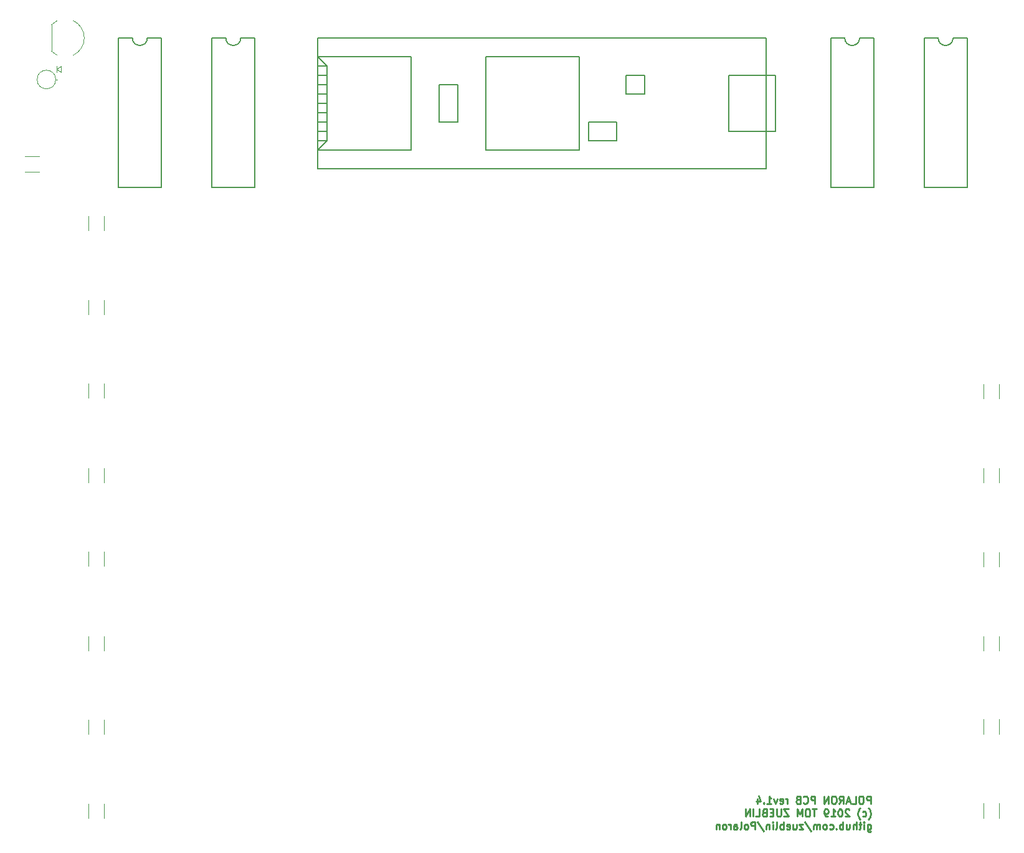
<source format=gbo>
G04 #@! TF.FileFunction,Legend,Bot*
%FSLAX46Y46*%
G04 Gerber Fmt 4.6, Leading zero omitted, Abs format (unit mm)*
G04 Created by KiCad (PCBNEW 4.0.6) date 2019 June 20, Thursday 16:13:16*
%MOMM*%
%LPD*%
G01*
G04 APERTURE LIST*
%ADD10C,0.100000*%
%ADD11C,0.250000*%
%ADD12C,0.120000*%
%ADD13C,0.152400*%
%ADD14C,0.150000*%
G04 APERTURE END LIST*
D10*
D11*
X190211105Y-143025181D02*
X190211105Y-142025181D01*
X189830152Y-142025181D01*
X189734914Y-142072800D01*
X189687295Y-142120419D01*
X189639676Y-142215657D01*
X189639676Y-142358514D01*
X189687295Y-142453752D01*
X189734914Y-142501371D01*
X189830152Y-142548990D01*
X190211105Y-142548990D01*
X189020629Y-142025181D02*
X188830152Y-142025181D01*
X188734914Y-142072800D01*
X188639676Y-142168038D01*
X188592057Y-142358514D01*
X188592057Y-142691848D01*
X188639676Y-142882324D01*
X188734914Y-142977562D01*
X188830152Y-143025181D01*
X189020629Y-143025181D01*
X189115867Y-142977562D01*
X189211105Y-142882324D01*
X189258724Y-142691848D01*
X189258724Y-142358514D01*
X189211105Y-142168038D01*
X189115867Y-142072800D01*
X189020629Y-142025181D01*
X187687295Y-143025181D02*
X188163486Y-143025181D01*
X188163486Y-142025181D01*
X187401581Y-142739467D02*
X186925390Y-142739467D01*
X187496819Y-143025181D02*
X187163486Y-142025181D01*
X186830152Y-143025181D01*
X185925390Y-143025181D02*
X186258724Y-142548990D01*
X186496819Y-143025181D02*
X186496819Y-142025181D01*
X186115866Y-142025181D01*
X186020628Y-142072800D01*
X185973009Y-142120419D01*
X185925390Y-142215657D01*
X185925390Y-142358514D01*
X185973009Y-142453752D01*
X186020628Y-142501371D01*
X186115866Y-142548990D01*
X186496819Y-142548990D01*
X185306343Y-142025181D02*
X185115866Y-142025181D01*
X185020628Y-142072800D01*
X184925390Y-142168038D01*
X184877771Y-142358514D01*
X184877771Y-142691848D01*
X184925390Y-142882324D01*
X185020628Y-142977562D01*
X185115866Y-143025181D01*
X185306343Y-143025181D01*
X185401581Y-142977562D01*
X185496819Y-142882324D01*
X185544438Y-142691848D01*
X185544438Y-142358514D01*
X185496819Y-142168038D01*
X185401581Y-142072800D01*
X185306343Y-142025181D01*
X184449200Y-143025181D02*
X184449200Y-142025181D01*
X183877771Y-143025181D01*
X183877771Y-142025181D01*
X182639676Y-143025181D02*
X182639676Y-142025181D01*
X182258723Y-142025181D01*
X182163485Y-142072800D01*
X182115866Y-142120419D01*
X182068247Y-142215657D01*
X182068247Y-142358514D01*
X182115866Y-142453752D01*
X182163485Y-142501371D01*
X182258723Y-142548990D01*
X182639676Y-142548990D01*
X181068247Y-142929943D02*
X181115866Y-142977562D01*
X181258723Y-143025181D01*
X181353961Y-143025181D01*
X181496819Y-142977562D01*
X181592057Y-142882324D01*
X181639676Y-142787086D01*
X181687295Y-142596610D01*
X181687295Y-142453752D01*
X181639676Y-142263276D01*
X181592057Y-142168038D01*
X181496819Y-142072800D01*
X181353961Y-142025181D01*
X181258723Y-142025181D01*
X181115866Y-142072800D01*
X181068247Y-142120419D01*
X180306342Y-142501371D02*
X180163485Y-142548990D01*
X180115866Y-142596610D01*
X180068247Y-142691848D01*
X180068247Y-142834705D01*
X180115866Y-142929943D01*
X180163485Y-142977562D01*
X180258723Y-143025181D01*
X180639676Y-143025181D01*
X180639676Y-142025181D01*
X180306342Y-142025181D01*
X180211104Y-142072800D01*
X180163485Y-142120419D01*
X180115866Y-142215657D01*
X180115866Y-142310895D01*
X180163485Y-142406133D01*
X180211104Y-142453752D01*
X180306342Y-142501371D01*
X180639676Y-142501371D01*
X178877771Y-143025181D02*
X178877771Y-142358514D01*
X178877771Y-142548990D02*
X178830152Y-142453752D01*
X178782533Y-142406133D01*
X178687295Y-142358514D01*
X178592056Y-142358514D01*
X177877770Y-142977562D02*
X177973008Y-143025181D01*
X178163485Y-143025181D01*
X178258723Y-142977562D01*
X178306342Y-142882324D01*
X178306342Y-142501371D01*
X178258723Y-142406133D01*
X178163485Y-142358514D01*
X177973008Y-142358514D01*
X177877770Y-142406133D01*
X177830151Y-142501371D01*
X177830151Y-142596610D01*
X178306342Y-142691848D01*
X177496818Y-142358514D02*
X177258723Y-143025181D01*
X177020627Y-142358514D01*
X176115865Y-143025181D02*
X176687294Y-143025181D01*
X176401580Y-143025181D02*
X176401580Y-142025181D01*
X176496818Y-142168038D01*
X176592056Y-142263276D01*
X176687294Y-142310895D01*
X175687294Y-142929943D02*
X175639675Y-142977562D01*
X175687294Y-143025181D01*
X175734913Y-142977562D01*
X175687294Y-142929943D01*
X175687294Y-143025181D01*
X174782532Y-142358514D02*
X174782532Y-143025181D01*
X175020628Y-141977562D02*
X175258723Y-142691848D01*
X174639675Y-142691848D01*
X189925390Y-145156133D02*
X189973010Y-145108514D01*
X190068248Y-144965657D01*
X190115867Y-144870419D01*
X190163486Y-144727562D01*
X190211105Y-144489467D01*
X190211105Y-144298990D01*
X190163486Y-144060895D01*
X190115867Y-143918038D01*
X190068248Y-143822800D01*
X189973010Y-143679943D01*
X189925390Y-143632324D01*
X189115866Y-144727562D02*
X189211104Y-144775181D01*
X189401581Y-144775181D01*
X189496819Y-144727562D01*
X189544438Y-144679943D01*
X189592057Y-144584705D01*
X189592057Y-144298990D01*
X189544438Y-144203752D01*
X189496819Y-144156133D01*
X189401581Y-144108514D01*
X189211104Y-144108514D01*
X189115866Y-144156133D01*
X188782533Y-145156133D02*
X188734914Y-145108514D01*
X188639676Y-144965657D01*
X188592057Y-144870419D01*
X188544438Y-144727562D01*
X188496819Y-144489467D01*
X188496819Y-144298990D01*
X188544438Y-144060895D01*
X188592057Y-143918038D01*
X188639676Y-143822800D01*
X188734914Y-143679943D01*
X188782533Y-143632324D01*
X187306342Y-143870419D02*
X187258723Y-143822800D01*
X187163485Y-143775181D01*
X186925389Y-143775181D01*
X186830151Y-143822800D01*
X186782532Y-143870419D01*
X186734913Y-143965657D01*
X186734913Y-144060895D01*
X186782532Y-144203752D01*
X187353961Y-144775181D01*
X186734913Y-144775181D01*
X186115866Y-143775181D02*
X186020627Y-143775181D01*
X185925389Y-143822800D01*
X185877770Y-143870419D01*
X185830151Y-143965657D01*
X185782532Y-144156133D01*
X185782532Y-144394229D01*
X185830151Y-144584705D01*
X185877770Y-144679943D01*
X185925389Y-144727562D01*
X186020627Y-144775181D01*
X186115866Y-144775181D01*
X186211104Y-144727562D01*
X186258723Y-144679943D01*
X186306342Y-144584705D01*
X186353961Y-144394229D01*
X186353961Y-144156133D01*
X186306342Y-143965657D01*
X186258723Y-143870419D01*
X186211104Y-143822800D01*
X186115866Y-143775181D01*
X184830151Y-144775181D02*
X185401580Y-144775181D01*
X185115866Y-144775181D02*
X185115866Y-143775181D01*
X185211104Y-143918038D01*
X185306342Y-144013276D01*
X185401580Y-144060895D01*
X184353961Y-144775181D02*
X184163485Y-144775181D01*
X184068246Y-144727562D01*
X184020627Y-144679943D01*
X183925389Y-144537086D01*
X183877770Y-144346610D01*
X183877770Y-143965657D01*
X183925389Y-143870419D01*
X183973008Y-143822800D01*
X184068246Y-143775181D01*
X184258723Y-143775181D01*
X184353961Y-143822800D01*
X184401580Y-143870419D01*
X184449199Y-143965657D01*
X184449199Y-144203752D01*
X184401580Y-144298990D01*
X184353961Y-144346610D01*
X184258723Y-144394229D01*
X184068246Y-144394229D01*
X183973008Y-144346610D01*
X183925389Y-144298990D01*
X183877770Y-144203752D01*
X182830151Y-143775181D02*
X182258722Y-143775181D01*
X182544437Y-144775181D02*
X182544437Y-143775181D01*
X181734913Y-143775181D02*
X181544436Y-143775181D01*
X181449198Y-143822800D01*
X181353960Y-143918038D01*
X181306341Y-144108514D01*
X181306341Y-144441848D01*
X181353960Y-144632324D01*
X181449198Y-144727562D01*
X181544436Y-144775181D01*
X181734913Y-144775181D01*
X181830151Y-144727562D01*
X181925389Y-144632324D01*
X181973008Y-144441848D01*
X181973008Y-144108514D01*
X181925389Y-143918038D01*
X181830151Y-143822800D01*
X181734913Y-143775181D01*
X180877770Y-144775181D02*
X180877770Y-143775181D01*
X180544436Y-144489467D01*
X180211103Y-143775181D01*
X180211103Y-144775181D01*
X179068246Y-143775181D02*
X178401579Y-143775181D01*
X179068246Y-144775181D01*
X178401579Y-144775181D01*
X178020627Y-143775181D02*
X178020627Y-144584705D01*
X177973008Y-144679943D01*
X177925389Y-144727562D01*
X177830151Y-144775181D01*
X177639674Y-144775181D01*
X177544436Y-144727562D01*
X177496817Y-144679943D01*
X177449198Y-144584705D01*
X177449198Y-143775181D01*
X176973008Y-144251371D02*
X176639674Y-144251371D01*
X176496817Y-144775181D02*
X176973008Y-144775181D01*
X176973008Y-143775181D01*
X176496817Y-143775181D01*
X175734912Y-144251371D02*
X175592055Y-144298990D01*
X175544436Y-144346610D01*
X175496817Y-144441848D01*
X175496817Y-144584705D01*
X175544436Y-144679943D01*
X175592055Y-144727562D01*
X175687293Y-144775181D01*
X176068246Y-144775181D01*
X176068246Y-143775181D01*
X175734912Y-143775181D01*
X175639674Y-143822800D01*
X175592055Y-143870419D01*
X175544436Y-143965657D01*
X175544436Y-144060895D01*
X175592055Y-144156133D01*
X175639674Y-144203752D01*
X175734912Y-144251371D01*
X176068246Y-144251371D01*
X174592055Y-144775181D02*
X175068246Y-144775181D01*
X175068246Y-143775181D01*
X174258722Y-144775181D02*
X174258722Y-143775181D01*
X173782532Y-144775181D02*
X173782532Y-143775181D01*
X173211103Y-144775181D01*
X173211103Y-143775181D01*
X189782533Y-145858514D02*
X189782533Y-146668038D01*
X189830152Y-146763276D01*
X189877771Y-146810895D01*
X189973010Y-146858514D01*
X190115867Y-146858514D01*
X190211105Y-146810895D01*
X189782533Y-146477562D02*
X189877771Y-146525181D01*
X190068248Y-146525181D01*
X190163486Y-146477562D01*
X190211105Y-146429943D01*
X190258724Y-146334705D01*
X190258724Y-146048990D01*
X190211105Y-145953752D01*
X190163486Y-145906133D01*
X190068248Y-145858514D01*
X189877771Y-145858514D01*
X189782533Y-145906133D01*
X189306343Y-146525181D02*
X189306343Y-145858514D01*
X189306343Y-145525181D02*
X189353962Y-145572800D01*
X189306343Y-145620419D01*
X189258724Y-145572800D01*
X189306343Y-145525181D01*
X189306343Y-145620419D01*
X188973010Y-145858514D02*
X188592058Y-145858514D01*
X188830153Y-145525181D02*
X188830153Y-146382324D01*
X188782534Y-146477562D01*
X188687296Y-146525181D01*
X188592058Y-146525181D01*
X188258724Y-146525181D02*
X188258724Y-145525181D01*
X187830152Y-146525181D02*
X187830152Y-146001371D01*
X187877771Y-145906133D01*
X187973009Y-145858514D01*
X188115867Y-145858514D01*
X188211105Y-145906133D01*
X188258724Y-145953752D01*
X186925390Y-145858514D02*
X186925390Y-146525181D01*
X187353962Y-145858514D02*
X187353962Y-146382324D01*
X187306343Y-146477562D01*
X187211105Y-146525181D01*
X187068247Y-146525181D01*
X186973009Y-146477562D01*
X186925390Y-146429943D01*
X186449200Y-146525181D02*
X186449200Y-145525181D01*
X186449200Y-145906133D02*
X186353962Y-145858514D01*
X186163485Y-145858514D01*
X186068247Y-145906133D01*
X186020628Y-145953752D01*
X185973009Y-146048990D01*
X185973009Y-146334705D01*
X186020628Y-146429943D01*
X186068247Y-146477562D01*
X186163485Y-146525181D01*
X186353962Y-146525181D01*
X186449200Y-146477562D01*
X185544438Y-146429943D02*
X185496819Y-146477562D01*
X185544438Y-146525181D01*
X185592057Y-146477562D01*
X185544438Y-146429943D01*
X185544438Y-146525181D01*
X184639676Y-146477562D02*
X184734914Y-146525181D01*
X184925391Y-146525181D01*
X185020629Y-146477562D01*
X185068248Y-146429943D01*
X185115867Y-146334705D01*
X185115867Y-146048990D01*
X185068248Y-145953752D01*
X185020629Y-145906133D01*
X184925391Y-145858514D01*
X184734914Y-145858514D01*
X184639676Y-145906133D01*
X184068248Y-146525181D02*
X184163486Y-146477562D01*
X184211105Y-146429943D01*
X184258724Y-146334705D01*
X184258724Y-146048990D01*
X184211105Y-145953752D01*
X184163486Y-145906133D01*
X184068248Y-145858514D01*
X183925390Y-145858514D01*
X183830152Y-145906133D01*
X183782533Y-145953752D01*
X183734914Y-146048990D01*
X183734914Y-146334705D01*
X183782533Y-146429943D01*
X183830152Y-146477562D01*
X183925390Y-146525181D01*
X184068248Y-146525181D01*
X183306343Y-146525181D02*
X183306343Y-145858514D01*
X183306343Y-145953752D02*
X183258724Y-145906133D01*
X183163486Y-145858514D01*
X183020628Y-145858514D01*
X182925390Y-145906133D01*
X182877771Y-146001371D01*
X182877771Y-146525181D01*
X182877771Y-146001371D02*
X182830152Y-145906133D01*
X182734914Y-145858514D01*
X182592057Y-145858514D01*
X182496819Y-145906133D01*
X182449200Y-146001371D01*
X182449200Y-146525181D01*
X181258724Y-145477562D02*
X182115867Y-146763276D01*
X181020629Y-145858514D02*
X180496819Y-145858514D01*
X181020629Y-146525181D01*
X180496819Y-146525181D01*
X179687295Y-145858514D02*
X179687295Y-146525181D01*
X180115867Y-145858514D02*
X180115867Y-146382324D01*
X180068248Y-146477562D01*
X179973010Y-146525181D01*
X179830152Y-146525181D01*
X179734914Y-146477562D01*
X179687295Y-146429943D01*
X178830152Y-146477562D02*
X178925390Y-146525181D01*
X179115867Y-146525181D01*
X179211105Y-146477562D01*
X179258724Y-146382324D01*
X179258724Y-146001371D01*
X179211105Y-145906133D01*
X179115867Y-145858514D01*
X178925390Y-145858514D01*
X178830152Y-145906133D01*
X178782533Y-146001371D01*
X178782533Y-146096610D01*
X179258724Y-146191848D01*
X178353962Y-146525181D02*
X178353962Y-145525181D01*
X178353962Y-145906133D02*
X178258724Y-145858514D01*
X178068247Y-145858514D01*
X177973009Y-145906133D01*
X177925390Y-145953752D01*
X177877771Y-146048990D01*
X177877771Y-146334705D01*
X177925390Y-146429943D01*
X177973009Y-146477562D01*
X178068247Y-146525181D01*
X178258724Y-146525181D01*
X178353962Y-146477562D01*
X177306343Y-146525181D02*
X177401581Y-146477562D01*
X177449200Y-146382324D01*
X177449200Y-145525181D01*
X176925390Y-146525181D02*
X176925390Y-145858514D01*
X176925390Y-145525181D02*
X176973009Y-145572800D01*
X176925390Y-145620419D01*
X176877771Y-145572800D01*
X176925390Y-145525181D01*
X176925390Y-145620419D01*
X176449200Y-145858514D02*
X176449200Y-146525181D01*
X176449200Y-145953752D02*
X176401581Y-145906133D01*
X176306343Y-145858514D01*
X176163485Y-145858514D01*
X176068247Y-145906133D01*
X176020628Y-146001371D01*
X176020628Y-146525181D01*
X174830152Y-145477562D02*
X175687295Y-146763276D01*
X174496819Y-146525181D02*
X174496819Y-145525181D01*
X174115866Y-145525181D01*
X174020628Y-145572800D01*
X173973009Y-145620419D01*
X173925390Y-145715657D01*
X173925390Y-145858514D01*
X173973009Y-145953752D01*
X174020628Y-146001371D01*
X174115866Y-146048990D01*
X174496819Y-146048990D01*
X173353962Y-146525181D02*
X173449200Y-146477562D01*
X173496819Y-146429943D01*
X173544438Y-146334705D01*
X173544438Y-146048990D01*
X173496819Y-145953752D01*
X173449200Y-145906133D01*
X173353962Y-145858514D01*
X173211104Y-145858514D01*
X173115866Y-145906133D01*
X173068247Y-145953752D01*
X173020628Y-146048990D01*
X173020628Y-146334705D01*
X173068247Y-146429943D01*
X173115866Y-146477562D01*
X173211104Y-146525181D01*
X173353962Y-146525181D01*
X172449200Y-146525181D02*
X172544438Y-146477562D01*
X172592057Y-146382324D01*
X172592057Y-145525181D01*
X171639675Y-146525181D02*
X171639675Y-146001371D01*
X171687294Y-145906133D01*
X171782532Y-145858514D01*
X171973009Y-145858514D01*
X172068247Y-145906133D01*
X171639675Y-146477562D02*
X171734913Y-146525181D01*
X171973009Y-146525181D01*
X172068247Y-146477562D01*
X172115866Y-146382324D01*
X172115866Y-146287086D01*
X172068247Y-146191848D01*
X171973009Y-146144229D01*
X171734913Y-146144229D01*
X171639675Y-146096610D01*
X171163485Y-146525181D02*
X171163485Y-145858514D01*
X171163485Y-146048990D02*
X171115866Y-145953752D01*
X171068247Y-145906133D01*
X170973009Y-145858514D01*
X170877770Y-145858514D01*
X170401580Y-146525181D02*
X170496818Y-146477562D01*
X170544437Y-146429943D01*
X170592056Y-146334705D01*
X170592056Y-146048990D01*
X170544437Y-145953752D01*
X170496818Y-145906133D01*
X170401580Y-145858514D01*
X170258722Y-145858514D01*
X170163484Y-145906133D01*
X170115865Y-145953752D01*
X170068246Y-146048990D01*
X170068246Y-146334705D01*
X170115865Y-146429943D01*
X170163484Y-146477562D01*
X170258722Y-146525181D01*
X170401580Y-146525181D01*
X169639675Y-145858514D02*
X169639675Y-146525181D01*
X169639675Y-145953752D02*
X169592056Y-145906133D01*
X169496818Y-145858514D01*
X169353960Y-145858514D01*
X169258722Y-145906133D01*
X169211103Y-146001371D01*
X169211103Y-146525181D01*
D12*
X79447571Y-44564300D02*
X79621200Y-44564300D01*
X79578200Y-43584300D02*
X79578200Y-42695300D01*
X79578200Y-43139800D02*
X80170867Y-43584300D01*
X80170867Y-43584300D02*
X80170867Y-42695300D01*
X80170867Y-42695300D02*
X79578200Y-43139800D01*
X79447571Y-44564300D02*
G75*
G03X79447571Y-44564300I-1266371J0D01*
G01*
X75244200Y-57127800D02*
X77244200Y-57127800D01*
X77244200Y-54987800D02*
X75244200Y-54987800D01*
D13*
X184780200Y-59232800D02*
X184780200Y-38912800D01*
X190622200Y-38912800D02*
X190622200Y-59232800D01*
X184780200Y-59232800D02*
X190622200Y-59232800D01*
X184780200Y-38912800D02*
X186685200Y-38912800D01*
X190622200Y-38912800D02*
X188717200Y-38912800D01*
X188717200Y-38912800D02*
G75*
G02X186685200Y-38912800I-1016000J0D01*
G01*
D14*
X159461200Y-43992800D02*
X159461200Y-46532800D01*
X159461200Y-46532800D02*
X156921200Y-46532800D01*
X156921200Y-46532800D02*
X156921200Y-43992800D01*
X156921200Y-43992800D02*
X159461200Y-43992800D01*
X151841200Y-52882800D02*
X155651200Y-52882800D01*
X155651200Y-52882800D02*
X155651200Y-50342800D01*
X155651200Y-50342800D02*
X151841200Y-50342800D01*
X151841200Y-50342800D02*
X151841200Y-52882800D01*
X137871200Y-54152800D02*
X137871200Y-41452800D01*
X150571200Y-41452800D02*
X150571200Y-54152800D01*
X150571200Y-54152800D02*
X137871200Y-54152800D01*
X150571200Y-41452800D02*
X137871200Y-41452800D01*
X116281200Y-52882800D02*
X115011200Y-52882800D01*
X116281200Y-51612800D02*
X115011200Y-51612800D01*
X116281200Y-50342800D02*
X115011200Y-50342800D01*
X116281200Y-49072800D02*
X115011200Y-49072800D01*
X116281200Y-47802800D02*
X115011200Y-47802800D01*
X116281200Y-46532800D02*
X115011200Y-46532800D01*
X116281200Y-45262800D02*
X115011200Y-45262800D01*
X116281200Y-43992800D02*
X115011200Y-43992800D01*
X116281200Y-42722800D02*
X115011200Y-42722800D01*
X115011200Y-54152800D02*
X116281200Y-52882800D01*
X116281200Y-52882800D02*
X116281200Y-42722800D01*
X116281200Y-42722800D02*
X115011200Y-41452800D01*
X115011200Y-41452800D02*
X127711200Y-41452800D01*
X127711200Y-41452800D02*
X127711200Y-54152800D01*
X127711200Y-54152800D02*
X115011200Y-54152800D01*
X115011200Y-38912800D02*
X175971200Y-38912800D01*
X175971200Y-56692800D02*
X115011200Y-56692800D01*
X175971200Y-51612800D02*
X177241200Y-51612800D01*
X177241200Y-51612800D02*
X177241200Y-43992800D01*
X177241200Y-43992800D02*
X175971200Y-43992800D01*
X170891200Y-51612800D02*
X170891200Y-43992800D01*
X170891200Y-43992800D02*
X175971200Y-43992800D01*
X170891200Y-51612800D02*
X175971200Y-51612800D01*
X131521200Y-45262800D02*
X131521200Y-50342800D01*
X131521200Y-50342800D02*
X134061200Y-50342800D01*
X134061200Y-50342800D02*
X134061200Y-45262800D01*
X134061200Y-45262800D02*
X131521200Y-45262800D01*
X115011200Y-38912800D02*
X115011200Y-56692800D01*
X175971200Y-56692800D02*
X175971200Y-38912800D01*
D13*
X197480200Y-59232800D02*
X197480200Y-38912800D01*
X203322200Y-38912800D02*
X203322200Y-59232800D01*
X197480200Y-59232800D02*
X203322200Y-59232800D01*
X197480200Y-38912800D02*
X199385200Y-38912800D01*
X203322200Y-38912800D02*
X201417200Y-38912800D01*
X201417200Y-38912800D02*
G75*
G02X199385200Y-38912800I-1016000J0D01*
G01*
X100660200Y-59232800D02*
X100660200Y-38912800D01*
X106502200Y-38912800D02*
X106502200Y-59232800D01*
X100660200Y-59232800D02*
X106502200Y-59232800D01*
X100660200Y-38912800D02*
X102565200Y-38912800D01*
X106502200Y-38912800D02*
X104597200Y-38912800D01*
X104597200Y-38912800D02*
G75*
G02X102565200Y-38912800I-1016000J0D01*
G01*
X87960200Y-59232800D02*
X87960200Y-38912800D01*
X93802200Y-38912800D02*
X93802200Y-59232800D01*
X87960200Y-59232800D02*
X93802200Y-59232800D01*
X87960200Y-38912800D02*
X89865200Y-38912800D01*
X93802200Y-38912800D02*
X91897200Y-38912800D01*
X91897200Y-38912800D02*
G75*
G02X89865200Y-38912800I-1016000J0D01*
G01*
D12*
X78871200Y-40712800D02*
X78871200Y-37112800D01*
X79598405Y-41236984D02*
G75*
G02X78871200Y-40712800I1122795J2324184D01*
G01*
X81820007Y-41269200D02*
G75*
G03X83321200Y-38912800I-1098807J2356400D01*
G01*
X81820007Y-36556400D02*
G75*
G02X83321200Y-38912800I-1098807J-2356400D01*
G01*
X79598405Y-36588616D02*
G75*
G03X78871200Y-37112800I1122795J-2324184D01*
G01*
X83905700Y-63090800D02*
X83905700Y-65090800D01*
X86045700Y-65090800D02*
X86045700Y-63090800D01*
X83905700Y-74520300D02*
X83905700Y-76520300D01*
X86045700Y-76520300D02*
X86045700Y-74520300D01*
X83905700Y-85887300D02*
X83905700Y-87887300D01*
X86045700Y-87887300D02*
X86045700Y-85887300D01*
X83905700Y-97380800D02*
X83905700Y-99380800D01*
X86045700Y-99380800D02*
X86045700Y-97380800D01*
X83905700Y-108747300D02*
X83905700Y-110747300D01*
X86045700Y-110747300D02*
X86045700Y-108747300D01*
X83905700Y-120240800D02*
X83905700Y-122240800D01*
X86045700Y-122240800D02*
X86045700Y-120240800D01*
X83905700Y-131607300D02*
X83905700Y-133607300D01*
X86045700Y-133607300D02*
X86045700Y-131607300D01*
X83905700Y-143037300D02*
X83905700Y-145037300D01*
X86045700Y-145037300D02*
X86045700Y-143037300D01*
X205571700Y-142973800D02*
X205571700Y-144973800D01*
X207711700Y-144973800D02*
X207711700Y-142973800D01*
X205571700Y-131543800D02*
X205571700Y-133543800D01*
X207711700Y-133543800D02*
X207711700Y-131543800D01*
X205571700Y-120240800D02*
X205571700Y-122240800D01*
X207711700Y-122240800D02*
X207711700Y-120240800D01*
X205571700Y-108810800D02*
X205571700Y-110810800D01*
X207711700Y-110810800D02*
X207711700Y-108810800D01*
X205571700Y-97380800D02*
X205571700Y-99380800D01*
X207711700Y-99380800D02*
X207711700Y-97380800D01*
X205571700Y-85950800D02*
X205571700Y-87950800D01*
X207711700Y-87950800D02*
X207711700Y-85950800D01*
M02*

</source>
